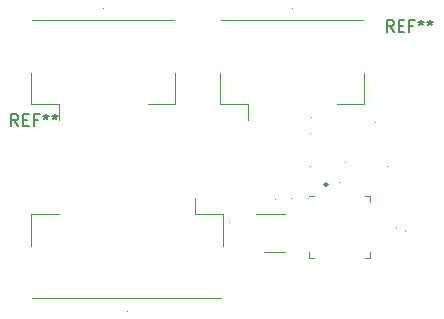
<source format=gbr>
G04 #@! TF.GenerationSoftware,KiCad,Pcbnew,5.0.1-33cea8e~68~ubuntu16.04.1*
G04 #@! TF.CreationDate,2019-02-13T12:33:41-05:00*
G04 #@! TF.ProjectId,RS485SPIConverter,5253343835535049436F6E7665727465,rev?*
G04 #@! TF.SameCoordinates,Original*
G04 #@! TF.FileFunction,Legend,Top*
G04 #@! TF.FilePolarity,Positive*
%FSLAX46Y46*%
G04 Gerber Fmt 4.6, Leading zero omitted, Abs format (unit mm)*
G04 Created by KiCad (PCBNEW 5.0.1-33cea8e~68~ubuntu16.04.1) date Wed 13 Feb 2019 12:33:41 PM EST*
%MOMM*%
%LPD*%
G01*
G04 APERTURE LIST*
%ADD10C,0.254000*%
%ADD11C,0.120000*%
%ADD12C,0.150000*%
%ADD13C,0.100000*%
G04 APERTURE END LIST*
D10*
G04 #@! TO.C,IC1*
X26975000Y-14375000D02*
G75*
G03X26975000Y-14375000I-125000J0D01*
G01*
D11*
G04 #@! TO.C,J1*
X17890000Y-4910000D02*
X17890000Y-7560000D01*
X17890000Y-7560000D02*
X20240000Y-7560000D01*
X20240000Y-7560000D02*
X20240000Y-8950000D01*
X30110000Y-4910000D02*
X30110000Y-7560000D01*
X30110000Y-7560000D02*
X27760000Y-7560000D01*
X18000000Y-490000D02*
X30000000Y-490000D01*
G04 #@! TO.C,J2*
X2000000Y-490000D02*
X14000000Y-490000D01*
X14110000Y-7560000D02*
X11760000Y-7560000D01*
X14110000Y-4910000D02*
X14110000Y-7560000D01*
X4240000Y-7560000D02*
X4240000Y-8950000D01*
X1890000Y-7560000D02*
X4240000Y-7560000D01*
X1890000Y-4910000D02*
X1890000Y-7560000D01*
G04 #@! TO.C,J3*
X18117600Y-19561640D02*
X18117600Y-16911640D01*
X18117600Y-16911640D02*
X15767600Y-16911640D01*
X15767600Y-16911640D02*
X15767600Y-15521640D01*
X1897600Y-19561640D02*
X1897600Y-16911640D01*
X1897600Y-16911640D02*
X4247600Y-16911640D01*
X18007600Y-23981640D02*
X2007600Y-23981640D01*
G04 #@! TO.C,U1*
X30135000Y-15390000D02*
X30610000Y-15390000D01*
X30610000Y-15390000D02*
X30610000Y-15865000D01*
X25865000Y-20610000D02*
X25390000Y-20610000D01*
X25390000Y-20610000D02*
X25390000Y-20135000D01*
X30135000Y-20610000D02*
X30610000Y-20610000D01*
X30610000Y-20610000D02*
X30610000Y-20135000D01*
X25865000Y-15390000D02*
X25390000Y-15390000D01*
G04 #@! TO.C,U2*
X21600000Y-20110000D02*
X23400000Y-20110000D01*
X23400000Y-16890000D02*
X20950000Y-16890000D01*
G04 #@! TO.C,REF\002A\002A*
D12*
X800266Y-9418980D02*
X466933Y-8942790D01*
X228838Y-9418980D02*
X228838Y-8418980D01*
X609790Y-8418980D01*
X705028Y-8466600D01*
X752647Y-8514219D01*
X800266Y-8609457D01*
X800266Y-8752314D01*
X752647Y-8847552D01*
X705028Y-8895171D01*
X609790Y-8942790D01*
X228838Y-8942790D01*
X1228838Y-8895171D02*
X1562171Y-8895171D01*
X1705028Y-9418980D02*
X1228838Y-9418980D01*
X1228838Y-8418980D01*
X1705028Y-8418980D01*
X2466933Y-8895171D02*
X2133599Y-8895171D01*
X2133599Y-9418980D02*
X2133599Y-8418980D01*
X2609790Y-8418980D01*
X3133599Y-8418980D02*
X3133599Y-8657076D01*
X2895504Y-8561838D02*
X3133599Y-8657076D01*
X3371695Y-8561838D01*
X2990742Y-8847552D02*
X3133599Y-8657076D01*
X3276457Y-8847552D01*
X3895504Y-8418980D02*
X3895504Y-8657076D01*
X3657409Y-8561838D02*
X3895504Y-8657076D01*
X4133599Y-8561838D01*
X3752647Y-8847552D02*
X3895504Y-8657076D01*
X4038361Y-8847552D01*
G04 #@! TO.C,C1*
D13*
X25515000Y-10030000D02*
X25515000Y-10030000D01*
X25515000Y-10030000D01*
X25515000Y-10030000D01*
X25515000Y-10030000D01*
X25515000Y-10030000D01*
X25515000Y-10030000D01*
X25515000Y-10030000D01*
X25515000Y-10030000D01*
X25515000Y-10030000D01*
X25515000Y-10030000D01*
X25515000Y-10030000D01*
X25515000Y-10030000D01*
X25515000Y-10030000D01*
X25515000Y-10030000D01*
X25515000Y-10030000D01*
X25515000Y-10030000D02*
X25515000Y-10030000D01*
X25515000Y-10030000D02*
X25515000Y-10030000D01*
X25515000Y-10030000D01*
X25515000Y-10030000D01*
X25515000Y-10030000D01*
D12*
G04 #@! TO.C,C2*
D13*
X18630000Y-17515000D02*
X18630000Y-17515000D01*
X18630000Y-17515000D01*
X18630000Y-17515000D01*
X18630000Y-17515000D01*
X18630000Y-17515000D01*
X18630000Y-17515000D01*
X18630000Y-17515000D01*
X18630000Y-17515000D01*
X18630000Y-17515000D01*
X18630000Y-17515000D01*
X18630000Y-17515000D01*
X18630000Y-17515000D01*
X18630000Y-17515000D01*
X18630000Y-17515000D01*
X18630000Y-17515000D01*
X18630000Y-17515000D02*
X18630000Y-17515000D01*
X18630000Y-17515000D01*
X18630000Y-17515000D01*
X18630000Y-17515000D01*
X18630000Y-17515000D01*
X18630000Y-17515000D01*
X18630000Y-17515000D01*
X18630000Y-17515000D01*
X18630000Y-17515000D01*
X18630000Y-17515000D01*
D12*
G04 #@! TO.C,C3*
D13*
X33570000Y-18315000D02*
X33570000Y-18315000D01*
X33570000Y-18315000D01*
X33570000Y-18315000D01*
X33570000Y-18315000D01*
X33570000Y-18315000D01*
X33570000Y-18315000D01*
X33570000Y-18315000D01*
X33570000Y-18315000D01*
X33570000Y-18315000D01*
X33570000Y-18315000D01*
X33570000Y-18315000D01*
X33570000Y-18315000D01*
X33570000Y-18315000D01*
X33570000Y-18315000D01*
X33570000Y-18315000D01*
X33570000Y-18315000D02*
X33570000Y-18315000D01*
X33570000Y-18315000D01*
X33570000Y-18315000D01*
X33570000Y-18315000D01*
X33570000Y-18315000D01*
X33570000Y-18315000D01*
X33570000Y-18315000D01*
X33570000Y-18315000D01*
X33570000Y-18315000D01*
X33570000Y-18315000D01*
X33570000Y-18315000D01*
X33570000Y-18315000D01*
X33570000Y-18315000D01*
D12*
G04 #@! TO.C,C4*
D13*
X32800000Y-17970000D02*
X32800000Y-17970000D01*
X32800000Y-17970000D01*
X32800000Y-17970000D01*
X32800000Y-17970000D01*
X32800000Y-17970000D01*
X32800000Y-17970000D01*
X32800000Y-17970000D01*
X32800000Y-17970000D01*
X32800000Y-17970000D01*
X32800000Y-17970000D01*
X32800000Y-17970000D01*
X32800000Y-17970000D01*
X32800000Y-17970000D01*
X32800000Y-17970000D01*
X32800000Y-17970000D01*
X32800000Y-17970000D02*
X32800000Y-17970000D01*
X32800000Y-17970000D02*
X32800000Y-17970000D01*
X32800000Y-17970000D01*
D12*
G04 #@! TO.C,C5*
D13*
X23920000Y-15550000D02*
X23920000Y-15550000D01*
X23920000Y-15550000D01*
X23920000Y-15550000D01*
X23920000Y-15550000D01*
X23920000Y-15550000D01*
X23920000Y-15550000D01*
X23920000Y-15550000D01*
X23920000Y-15550000D01*
X23920000Y-15550000D01*
X23920000Y-15550000D01*
X23920000Y-15550000D01*
X23920000Y-15550000D01*
X23920000Y-15550000D01*
X23920000Y-15550000D01*
X23920000Y-15550000D01*
X23920000Y-15550000D02*
X23920000Y-15550000D01*
X23920000Y-15550000D01*
X23920000Y-15550000D01*
X23920000Y-15550000D01*
X23920000Y-15550000D01*
X23920000Y-15550000D01*
X23920000Y-15550000D01*
X23920000Y-15550000D01*
X23920000Y-15550000D01*
X23920000Y-15550000D01*
X23920000Y-15550000D01*
X23920000Y-15550000D01*
X23920000Y-15550000D01*
X23920000Y-15550000D01*
X23920000Y-15550000D01*
D12*
G04 #@! TO.C,IC1*
D13*
X28500000Y-12500000D02*
X28500000Y-12500000D01*
X28500000Y-12500000D02*
X28500000Y-12500000D01*
X28500000Y-12500000D01*
X28500000Y-12500000D01*
X28500000Y-12500000D01*
X28500000Y-12500000D01*
X28500000Y-12500000D01*
X28500000Y-12500000D01*
X28500000Y-12500000D01*
X28500000Y-12500000D01*
X28500000Y-12500000D01*
X28500000Y-12500000D01*
X28500000Y-12500000D01*
X28500000Y-12500000D01*
X28500000Y-12500000D01*
X28500000Y-12500000D01*
X28500000Y-12500000D02*
X28500000Y-12500000D01*
X28500000Y-12500000D02*
X28500000Y-12500000D01*
X28500000Y-12500000D01*
X28500000Y-12500000D01*
X28500000Y-12500000D01*
D12*
G04 #@! TO.C,J1*
D13*
X24000000Y600000D02*
X24000000Y600000D01*
X24000000Y600000D01*
X24000000Y600000D01*
X24000000Y600000D01*
X24000000Y600000D01*
X24000000Y600000D02*
X24000000Y600000D01*
X24000000Y600000D02*
X24000000Y600000D01*
X24000000Y600000D01*
X24000000Y600000D01*
X24000000Y600000D01*
D12*
G04 #@! TO.C,J2*
D13*
X8000000Y600000D02*
X8000000Y600000D01*
X8000000Y600000D01*
X8000000Y600000D01*
X8000000Y600000D01*
X8000000Y600000D01*
X8000000Y600000D02*
X8000000Y600000D01*
X8000000Y600000D01*
X8000000Y600000D01*
X8000000Y600000D01*
X8000000Y600000D01*
X8000000Y600000D01*
X8000000Y600000D01*
X8000000Y600000D01*
X8000000Y600000D01*
X8000000Y600000D01*
D12*
G04 #@! TO.C,J3*
D13*
X10007600Y-25071640D02*
X10007600Y-25071640D01*
X10007600Y-25071640D01*
X10007600Y-25071640D01*
X10007600Y-25071640D01*
X10007600Y-25071640D01*
X10007600Y-25071640D02*
X10007600Y-25071640D01*
X10007600Y-25071640D01*
X10007600Y-25071640D01*
X10007600Y-25071640D01*
X10007600Y-25071640D01*
X10007600Y-25071640D01*
X10007600Y-25071640D01*
X10007600Y-25071640D01*
X10007600Y-25071640D01*
X10007600Y-25071640D01*
X10007600Y-25071640D01*
X10007600Y-25071640D01*
X10007600Y-25071640D01*
D12*
G04 #@! TO.C,R1*
D13*
X32015000Y-12830000D02*
X32015000Y-12830000D01*
X32015000Y-12830000D02*
X32015000Y-12830000D01*
X32015000Y-12830000D01*
X32015000Y-12830000D01*
X32015000Y-12830000D01*
X32015000Y-12830000D01*
X32015000Y-12830000D01*
X32015000Y-12830000D01*
X32015000Y-12830000D01*
X32015000Y-12830000D01*
X32015000Y-12830000D01*
X32015000Y-12830000D02*
X32015000Y-12830000D01*
X32015000Y-12830000D02*
X32015000Y-12830000D01*
X32015000Y-12830000D01*
X32015000Y-12830000D01*
X32015000Y-12830000D01*
D12*
G04 #@! TO.C,R2*
D13*
X25515000Y-12830000D02*
X25515000Y-12830000D01*
X25515000Y-12830000D02*
X25515000Y-12830000D01*
X25515000Y-12830000D01*
X25515000Y-12830000D01*
X25515000Y-12830000D01*
X25515000Y-12830000D01*
X25515000Y-12830000D01*
X25515000Y-12830000D01*
X25515000Y-12830000D01*
X25515000Y-12830000D01*
X25515000Y-12830000D01*
X25515000Y-12830000D02*
X25515000Y-12830000D01*
X25515000Y-12830000D01*
X25515000Y-12830000D01*
X25515000Y-12830000D01*
X25515000Y-12830000D01*
X25515000Y-12830000D01*
X25515000Y-12830000D01*
X25515000Y-12830000D01*
X25515000Y-12830000D01*
X25515000Y-12830000D01*
D12*
G04 #@! TO.C,R4*
D13*
X25600000Y-8630000D02*
X25600000Y-8630000D01*
X25600000Y-8630000D02*
X25600000Y-8630000D01*
X25600000Y-8630000D01*
X25600000Y-8630000D01*
X25600000Y-8630000D01*
X25600000Y-8630000D01*
X25600000Y-8630000D01*
X25600000Y-8630000D01*
X25600000Y-8630000D01*
X25600000Y-8630000D01*
X25600000Y-8630000D01*
X25600000Y-8630000D02*
X25600000Y-8630000D01*
X25600000Y-8630000D02*
X25600000Y-8630000D01*
X25600000Y-8630000D01*
D12*
G04 #@! TO.C,R5*
D13*
X30970000Y-9115000D02*
X30970000Y-9115000D01*
X30970000Y-9115000D02*
X30970000Y-9115000D01*
X30970000Y-9115000D01*
X30970000Y-9115000D01*
X30970000Y-9115000D01*
X30970000Y-9115000D01*
X30970000Y-9115000D01*
X30970000Y-9115000D01*
X30970000Y-9115000D01*
X30970000Y-9115000D01*
X30970000Y-9115000D01*
X30970000Y-9115000D02*
X30970000Y-9115000D01*
X30970000Y-9115000D01*
X30970000Y-9115000D01*
X30970000Y-9115000D01*
X30970000Y-9115000D01*
X30970000Y-9115000D01*
X30970000Y-9115000D01*
X30970000Y-9115000D01*
X30970000Y-9115000D01*
X30970000Y-9115000D01*
X30970000Y-9115000D01*
X30970000Y-9115000D01*
X30970000Y-9115000D01*
X30970000Y-9115000D01*
X30970000Y-9115000D01*
D12*
G04 #@! TO.C,R6*
D13*
X25370000Y-15515000D02*
X25370000Y-15515000D01*
X25370000Y-15515000D02*
X25370000Y-15515000D01*
X25370000Y-15515000D01*
X25370000Y-15515000D01*
X25370000Y-15515000D01*
X25370000Y-15515000D01*
X25370000Y-15515000D01*
X25370000Y-15515000D01*
X25370000Y-15515000D01*
X25370000Y-15515000D01*
X25370000Y-15515000D01*
X25370000Y-15515000D02*
X25370000Y-15515000D01*
X25370000Y-15515000D01*
X25370000Y-15515000D01*
X25370000Y-15515000D01*
X25370000Y-15515000D01*
X25370000Y-15515000D01*
X25370000Y-15515000D01*
X25370000Y-15515000D01*
X25370000Y-15515000D01*
X25370000Y-15515000D01*
X25370000Y-15515000D01*
X25370000Y-15515000D01*
X25370000Y-15515000D01*
X25370000Y-15515000D01*
X25370000Y-15515000D01*
X25370000Y-15515000D01*
X25370000Y-15515000D01*
X25370000Y-15515000D01*
X25370000Y-15515000D01*
X25370000Y-15515000D01*
X25370000Y-15515000D01*
D12*
G04 #@! TO.C,U1*
D13*
X28000000Y-14180000D02*
X28000000Y-14180000D01*
X28000000Y-14180000D01*
X28000000Y-14180000D01*
X28000000Y-14180000D01*
X28000000Y-14180000D01*
X28000000Y-14180000D01*
X28000000Y-14180000D01*
X28000000Y-14180000D01*
X28000000Y-14180000D01*
X28000000Y-14180000D02*
X28000000Y-14180000D01*
X28000000Y-14180000D02*
X28000000Y-14180000D01*
X28000000Y-14180000D01*
X28000000Y-14180000D01*
X28000000Y-14180000D01*
D12*
G04 #@! TO.C,U2*
D13*
X22500000Y-15600000D02*
X22500000Y-15600000D01*
X22500000Y-15600000D01*
X22500000Y-15600000D01*
X22500000Y-15600000D01*
X22500000Y-15600000D01*
X22500000Y-15600000D01*
X22500000Y-15600000D01*
X22500000Y-15600000D01*
X22500000Y-15600000D01*
X22500000Y-15600000D02*
X22500000Y-15600000D01*
X22500000Y-15600000D01*
X22500000Y-15600000D01*
X22500000Y-15600000D01*
X22500000Y-15600000D01*
X22500000Y-15600000D01*
X22500000Y-15600000D01*
X22500000Y-15600000D01*
X22500000Y-15600000D01*
X22500000Y-15600000D01*
D12*
G04 #@! TO.C,REF\002A\002A*
X32575666Y-1443380D02*
X32242333Y-967190D01*
X32004238Y-1443380D02*
X32004238Y-443380D01*
X32385190Y-443380D01*
X32480428Y-491000D01*
X32528047Y-538619D01*
X32575666Y-633857D01*
X32575666Y-776714D01*
X32528047Y-871952D01*
X32480428Y-919571D01*
X32385190Y-967190D01*
X32004238Y-967190D01*
X33004238Y-919571D02*
X33337571Y-919571D01*
X33480428Y-1443380D02*
X33004238Y-1443380D01*
X33004238Y-443380D01*
X33480428Y-443380D01*
X34242333Y-919571D02*
X33909000Y-919571D01*
X33909000Y-1443380D02*
X33909000Y-443380D01*
X34385190Y-443380D01*
X34909000Y-443380D02*
X34909000Y-681476D01*
X34670904Y-586238D02*
X34909000Y-681476D01*
X35147095Y-586238D01*
X34766142Y-871952D02*
X34909000Y-681476D01*
X35051857Y-871952D01*
X35670904Y-443380D02*
X35670904Y-681476D01*
X35432809Y-586238D02*
X35670904Y-681476D01*
X35909000Y-586238D01*
X35528047Y-871952D02*
X35670904Y-681476D01*
X35813761Y-871952D01*
G04 #@! TD*
M02*

</source>
